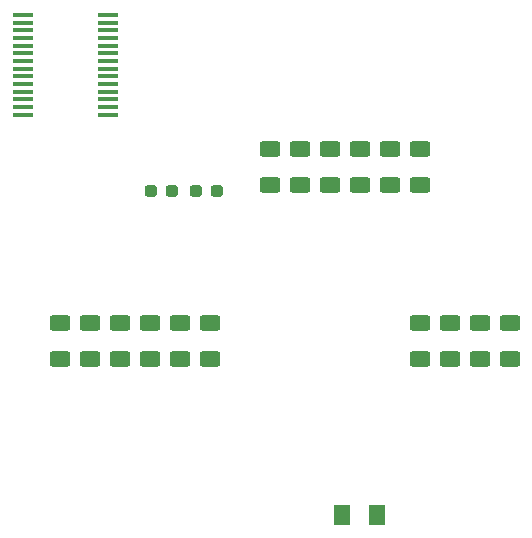
<source format=gbr>
%TF.GenerationSoftware,KiCad,Pcbnew,(6.0.1)*%
%TF.CreationDate,2022-02-21T12:58:46+02:00*%
%TF.ProjectId,RegulusFocuser-V1,52656775-6c75-4734-966f-63757365722d,rev?*%
%TF.SameCoordinates,Original*%
%TF.FileFunction,Paste,Top*%
%TF.FilePolarity,Positive*%
%FSLAX46Y46*%
G04 Gerber Fmt 4.6, Leading zero omitted, Abs format (unit mm)*
G04 Created by KiCad (PCBNEW (6.0.1)) date 2022-02-21 12:58:46*
%MOMM*%
%LPD*%
G01*
G04 APERTURE LIST*
G04 Aperture macros list*
%AMRoundRect*
0 Rectangle with rounded corners*
0 $1 Rounding radius*
0 $2 $3 $4 $5 $6 $7 $8 $9 X,Y pos of 4 corners*
0 Add a 4 corners polygon primitive as box body*
4,1,4,$2,$3,$4,$5,$6,$7,$8,$9,$2,$3,0*
0 Add four circle primitives for the rounded corners*
1,1,$1+$1,$2,$3*
1,1,$1+$1,$4,$5*
1,1,$1+$1,$6,$7*
1,1,$1+$1,$8,$9*
0 Add four rect primitives between the rounded corners*
20,1,$1+$1,$2,$3,$4,$5,0*
20,1,$1+$1,$4,$5,$6,$7,0*
20,1,$1+$1,$6,$7,$8,$9,0*
20,1,$1+$1,$8,$9,$2,$3,0*%
G04 Aperture macros list end*
%ADD10RoundRect,0.250000X-0.625000X0.400000X-0.625000X-0.400000X0.625000X-0.400000X0.625000X0.400000X0*%
%ADD11RoundRect,0.250000X0.625000X-0.400000X0.625000X0.400000X-0.625000X0.400000X-0.625000X-0.400000X0*%
%ADD12RoundRect,0.237500X-0.287500X-0.237500X0.287500X-0.237500X0.287500X0.237500X-0.287500X0.237500X0*%
%ADD13RoundRect,0.250001X-0.462499X-0.624999X0.462499X-0.624999X0.462499X0.624999X-0.462499X0.624999X0*%
%ADD14R,1.750000X0.450000*%
G04 APERTURE END LIST*
D10*
%TO.C,R8*%
X129540000Y-94970000D03*
X129540000Y-98070000D03*
%TD*%
D11*
%TO.C,R7*%
X127000000Y-98070000D03*
X127000000Y-94970000D03*
%TD*%
%TO.C,R6*%
X124460000Y-98070000D03*
X124460000Y-94970000D03*
%TD*%
%TO.C,R14*%
X152400000Y-98070000D03*
X152400000Y-94970000D03*
%TD*%
%TO.C,R5*%
X121920000Y-98070000D03*
X121920000Y-94970000D03*
%TD*%
D12*
%TO.C,D3*%
X130951000Y-83820000D03*
X132701000Y-83820000D03*
%TD*%
D13*
%TO.C,D1*%
X143292500Y-111252000D03*
X146267500Y-111252000D03*
%TD*%
D11*
%TO.C,R11*%
X142243700Y-83338000D03*
X142243700Y-80238000D03*
%TD*%
D10*
%TO.C,R13*%
X149860000Y-80238000D03*
X149860000Y-83338000D03*
%TD*%
%TO.C,R3*%
X137160000Y-80238000D03*
X137160000Y-83338000D03*
%TD*%
D14*
%TO.C,U1*%
X116288000Y-68927000D03*
X116288000Y-69577000D03*
X116288000Y-70227000D03*
X116288000Y-70877000D03*
X116288000Y-71527000D03*
X116288000Y-72177000D03*
X116288000Y-72827000D03*
X116288000Y-73477000D03*
X116288000Y-74127000D03*
X116288000Y-74777000D03*
X116288000Y-75427000D03*
X116288000Y-76077000D03*
X116288000Y-76727000D03*
X116288000Y-77377000D03*
X123488000Y-77377000D03*
X123488000Y-76727000D03*
X123488000Y-76077000D03*
X123488000Y-75427000D03*
X123488000Y-74777000D03*
X123488000Y-74127000D03*
X123488000Y-73477000D03*
X123488000Y-72827000D03*
X123488000Y-72177000D03*
X123488000Y-71527000D03*
X123488000Y-70877000D03*
X123488000Y-70227000D03*
X123488000Y-69577000D03*
X123488000Y-68927000D03*
%TD*%
D11*
%TO.C,R16*%
X157480000Y-98070000D03*
X157480000Y-94970000D03*
%TD*%
%TO.C,R4*%
X147320000Y-83338000D03*
X147320000Y-80238000D03*
%TD*%
%TO.C,R15*%
X154940000Y-98070000D03*
X154940000Y-94970000D03*
%TD*%
%TO.C,R9*%
X132080000Y-98070000D03*
X132080000Y-94970000D03*
%TD*%
D10*
%TO.C,R12*%
X139700000Y-80238000D03*
X139700000Y-83338000D03*
%TD*%
%TO.C,R2*%
X144780000Y-80238000D03*
X144780000Y-83338000D03*
%TD*%
D11*
%TO.C,R10*%
X149860000Y-98070000D03*
X149860000Y-94970000D03*
%TD*%
%TO.C,R1*%
X119380000Y-98070000D03*
X119380000Y-94970000D03*
%TD*%
D12*
%TO.C,D2*%
X127141000Y-83820000D03*
X128891000Y-83820000D03*
%TD*%
M02*

</source>
